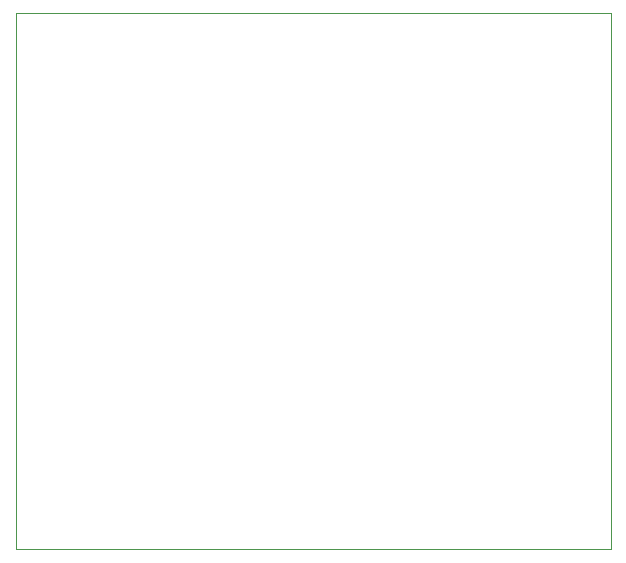
<source format=gbr>
%TF.GenerationSoftware,KiCad,Pcbnew,(6.0.1)*%
%TF.CreationDate,2022-03-09T16:15:59-05:00*%
%TF.ProjectId,pcb_arduino,7063625f-6172-4647-9569-6e6f2e6b6963,rev?*%
%TF.SameCoordinates,Original*%
%TF.FileFunction,Profile,NP*%
%FSLAX46Y46*%
G04 Gerber Fmt 4.6, Leading zero omitted, Abs format (unit mm)*
G04 Created by KiCad (PCBNEW (6.0.1)) date 2022-03-09 16:15:59*
%MOMM*%
%LPD*%
G01*
G04 APERTURE LIST*
%TA.AperFunction,Profile*%
%ADD10C,0.100000*%
%TD*%
G04 APERTURE END LIST*
D10*
X107819000Y-80391000D02*
X158242000Y-80391000D01*
X158242000Y-80391000D02*
X158242000Y-125730000D01*
X158242000Y-125730000D02*
X107819000Y-125730000D01*
X107819000Y-125730000D02*
X107819000Y-80391000D01*
M02*

</source>
